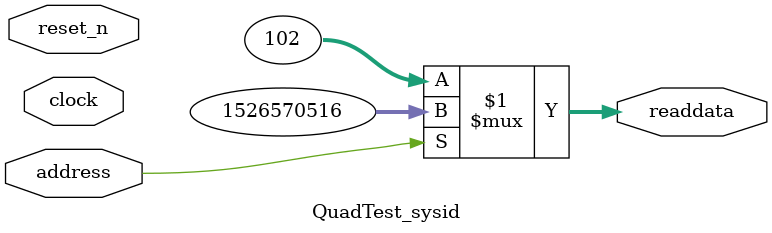
<source format=v>

`timescale 1ns / 1ps
// synthesis translate_on

// turn off superfluous verilog processor warnings 
// altera message_level Level1 
// altera message_off 10034 10035 10036 10037 10230 10240 10030 

module QuadTest_sysid (
               // inputs:
                address,
                clock,
                reset_n,

               // outputs:
                readdata
             )
;

  output  [ 31: 0] readdata;
  input            address;
  input            clock;
  input            reset_n;

  wire    [ 31: 0] readdata;
  //control_slave, which is an e_avalon_slave
  assign readdata = address ? 1526570516 : 102;

endmodule




</source>
